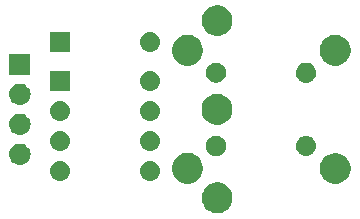
<source format=gbr>
G04 #@! TF.GenerationSoftware,KiCad,Pcbnew,(5.0.2)-1*
G04 #@! TF.CreationDate,2019-05-06T18:27:32+02:00*
G04 #@! TF.ProjectId,VolcaModularMidi,566f6c63-614d-46f6-9475-6c61724d6964,rev?*
G04 #@! TF.SameCoordinates,Original*
G04 #@! TF.FileFunction,Soldermask,Top*
G04 #@! TF.FilePolarity,Negative*
%FSLAX46Y46*%
G04 Gerber Fmt 4.6, Leading zero omitted, Abs format (unit mm)*
G04 Created by KiCad (PCBNEW (5.0.2)-1) date 06/05/2019 18:27:32*
%MOMM*%
%LPD*%
G01*
G04 APERTURE LIST*
%ADD10C,0.100000*%
G04 APERTURE END LIST*
D10*
G36*
X135943789Y-121860934D02*
X136180498Y-121958982D01*
X136393534Y-122101328D01*
X136574698Y-122282492D01*
X136717044Y-122495528D01*
X136815092Y-122732237D01*
X136865076Y-122983523D01*
X136865076Y-123239737D01*
X136815092Y-123491023D01*
X136717044Y-123727732D01*
X136574698Y-123940768D01*
X136393534Y-124121932D01*
X136180498Y-124264278D01*
X135943789Y-124362326D01*
X135692503Y-124412310D01*
X135436289Y-124412310D01*
X135185003Y-124362326D01*
X134948294Y-124264278D01*
X134735258Y-124121932D01*
X134554094Y-123940768D01*
X134411748Y-123727732D01*
X134313700Y-123491023D01*
X134263716Y-123239737D01*
X134263716Y-122983523D01*
X134313700Y-122732237D01*
X134411748Y-122495528D01*
X134554094Y-122282492D01*
X134735258Y-122101328D01*
X134948294Y-121958982D01*
X135185003Y-121860934D01*
X135436289Y-121810950D01*
X135692503Y-121810950D01*
X135943789Y-121860934D01*
X135943789Y-121860934D01*
G37*
G36*
X145938689Y-119364114D02*
X146175398Y-119462162D01*
X146388434Y-119604508D01*
X146569598Y-119785672D01*
X146711944Y-119998708D01*
X146809992Y-120235417D01*
X146859976Y-120486703D01*
X146859976Y-120742917D01*
X146809992Y-120994203D01*
X146711944Y-121230912D01*
X146569598Y-121443948D01*
X146388434Y-121625112D01*
X146175398Y-121767458D01*
X145938689Y-121865506D01*
X145687403Y-121915490D01*
X145431189Y-121915490D01*
X145179903Y-121865506D01*
X144943194Y-121767458D01*
X144730158Y-121625112D01*
X144548994Y-121443948D01*
X144406648Y-121230912D01*
X144308600Y-120994203D01*
X144258616Y-120742917D01*
X144258616Y-120486703D01*
X144308600Y-120235417D01*
X144406648Y-119998708D01*
X144548994Y-119785672D01*
X144730158Y-119604508D01*
X144943194Y-119462162D01*
X145179903Y-119364114D01*
X145431189Y-119314130D01*
X145687403Y-119314130D01*
X145938689Y-119364114D01*
X145938689Y-119364114D01*
G37*
G36*
X133441889Y-119359034D02*
X133678598Y-119457082D01*
X133891634Y-119599428D01*
X134072798Y-119780592D01*
X134215144Y-119993628D01*
X134313192Y-120230337D01*
X134363176Y-120481623D01*
X134363176Y-120737837D01*
X134313192Y-120989123D01*
X134215144Y-121225832D01*
X134072798Y-121438868D01*
X133891634Y-121620032D01*
X133678598Y-121762378D01*
X133441889Y-121860426D01*
X133190603Y-121910410D01*
X132934389Y-121910410D01*
X132683103Y-121860426D01*
X132446394Y-121762378D01*
X132233358Y-121620032D01*
X132052194Y-121438868D01*
X131909848Y-121225832D01*
X131811800Y-120989123D01*
X131761816Y-120737837D01*
X131761816Y-120481623D01*
X131811800Y-120230337D01*
X131909848Y-119993628D01*
X132052194Y-119780592D01*
X132233358Y-119599428D01*
X132446394Y-119457082D01*
X132683103Y-119359034D01*
X132934389Y-119309050D01*
X133190603Y-119309050D01*
X133441889Y-119359034D01*
X133441889Y-119359034D01*
G37*
G36*
X122428417Y-119994863D02*
X122428420Y-119994864D01*
X122428421Y-119994864D01*
X122588835Y-120043525D01*
X122588837Y-120043526D01*
X122588840Y-120043527D01*
X122736674Y-120122545D01*
X122866255Y-120228891D01*
X122972601Y-120358472D01*
X123051619Y-120506306D01*
X123100283Y-120666729D01*
X123116713Y-120833550D01*
X123100283Y-121000371D01*
X123051619Y-121160794D01*
X122972601Y-121308628D01*
X122866255Y-121438209D01*
X122736674Y-121544555D01*
X122588840Y-121623573D01*
X122588837Y-121623574D01*
X122588835Y-121623575D01*
X122428421Y-121672236D01*
X122428420Y-121672236D01*
X122428417Y-121672237D01*
X122303400Y-121684550D01*
X122219792Y-121684550D01*
X122094775Y-121672237D01*
X122094772Y-121672236D01*
X122094771Y-121672236D01*
X121934357Y-121623575D01*
X121934355Y-121623574D01*
X121934352Y-121623573D01*
X121786518Y-121544555D01*
X121656937Y-121438209D01*
X121550591Y-121308628D01*
X121471573Y-121160794D01*
X121422909Y-121000371D01*
X121406479Y-120833550D01*
X121422909Y-120666729D01*
X121471573Y-120506306D01*
X121550591Y-120358472D01*
X121656937Y-120228891D01*
X121786518Y-120122545D01*
X121934352Y-120043527D01*
X121934355Y-120043526D01*
X121934357Y-120043525D01*
X122094771Y-119994864D01*
X122094772Y-119994864D01*
X122094775Y-119994863D01*
X122219792Y-119982550D01*
X122303400Y-119982550D01*
X122428417Y-119994863D01*
X122428417Y-119994863D01*
G37*
G36*
X130048417Y-119994863D02*
X130048420Y-119994864D01*
X130048421Y-119994864D01*
X130208835Y-120043525D01*
X130208837Y-120043526D01*
X130208840Y-120043527D01*
X130356674Y-120122545D01*
X130486255Y-120228891D01*
X130592601Y-120358472D01*
X130671619Y-120506306D01*
X130720283Y-120666729D01*
X130736713Y-120833550D01*
X130720283Y-121000371D01*
X130671619Y-121160794D01*
X130592601Y-121308628D01*
X130486255Y-121438209D01*
X130356674Y-121544555D01*
X130208840Y-121623573D01*
X130208837Y-121623574D01*
X130208835Y-121623575D01*
X130048421Y-121672236D01*
X130048420Y-121672236D01*
X130048417Y-121672237D01*
X129923400Y-121684550D01*
X129839792Y-121684550D01*
X129714775Y-121672237D01*
X129714772Y-121672236D01*
X129714771Y-121672236D01*
X129554357Y-121623575D01*
X129554355Y-121623574D01*
X129554352Y-121623573D01*
X129406518Y-121544555D01*
X129276937Y-121438209D01*
X129170591Y-121308628D01*
X129091573Y-121160794D01*
X129042909Y-121000371D01*
X129026479Y-120833550D01*
X129042909Y-120666729D01*
X129091573Y-120506306D01*
X129170591Y-120358472D01*
X129276937Y-120228891D01*
X129406518Y-120122545D01*
X129554352Y-120043527D01*
X129554355Y-120043526D01*
X129554357Y-120043525D01*
X129714771Y-119994864D01*
X129714772Y-119994864D01*
X129714775Y-119994863D01*
X129839792Y-119982550D01*
X129923400Y-119982550D01*
X130048417Y-119994863D01*
X130048417Y-119994863D01*
G37*
G36*
X118972038Y-118539068D02*
X119038223Y-118545587D01*
X119151449Y-118579934D01*
X119208063Y-118597107D01*
X119346683Y-118671202D01*
X119364587Y-118680772D01*
X119400325Y-118710102D01*
X119501782Y-118793364D01*
X119573189Y-118880375D01*
X119614374Y-118930559D01*
X119614375Y-118930561D01*
X119698039Y-119087083D01*
X119698039Y-119087084D01*
X119749559Y-119256923D01*
X119766955Y-119433550D01*
X119749559Y-119610177D01*
X119715212Y-119723403D01*
X119698039Y-119780017D01*
X119623944Y-119918637D01*
X119614374Y-119936541D01*
X119585044Y-119972279D01*
X119501782Y-120073736D01*
X119400325Y-120156998D01*
X119364587Y-120186328D01*
X119364585Y-120186329D01*
X119208063Y-120269993D01*
X119151449Y-120287166D01*
X119038223Y-120321513D01*
X118972039Y-120328031D01*
X118905856Y-120334550D01*
X118817336Y-120334550D01*
X118751153Y-120328031D01*
X118684969Y-120321513D01*
X118571743Y-120287166D01*
X118515129Y-120269993D01*
X118358607Y-120186329D01*
X118358605Y-120186328D01*
X118322867Y-120156998D01*
X118221410Y-120073736D01*
X118138148Y-119972279D01*
X118108818Y-119936541D01*
X118099248Y-119918637D01*
X118025153Y-119780017D01*
X118007980Y-119723403D01*
X117973633Y-119610177D01*
X117956237Y-119433550D01*
X117973633Y-119256923D01*
X118025153Y-119087084D01*
X118025153Y-119087083D01*
X118108817Y-118930561D01*
X118108818Y-118930559D01*
X118150003Y-118880375D01*
X118221410Y-118793364D01*
X118322867Y-118710102D01*
X118358605Y-118680772D01*
X118376509Y-118671202D01*
X118515129Y-118597107D01*
X118571743Y-118579934D01*
X118684969Y-118545587D01*
X118751154Y-118539068D01*
X118817336Y-118532550D01*
X118905856Y-118532550D01*
X118972038Y-118539068D01*
X118972038Y-118539068D01*
G37*
G36*
X135709824Y-117895253D02*
X135864696Y-117959403D01*
X136004077Y-118052535D01*
X136122611Y-118171069D01*
X136215743Y-118310450D01*
X136279893Y-118465322D01*
X136312596Y-118629734D01*
X136312596Y-118797366D01*
X136279893Y-118961778D01*
X136215743Y-119116650D01*
X136122611Y-119256031D01*
X136004077Y-119374565D01*
X135864696Y-119467697D01*
X135709824Y-119531847D01*
X135545412Y-119564550D01*
X135377780Y-119564550D01*
X135213368Y-119531847D01*
X135058496Y-119467697D01*
X134919115Y-119374565D01*
X134800581Y-119256031D01*
X134707449Y-119116650D01*
X134643299Y-118961778D01*
X134610596Y-118797366D01*
X134610596Y-118629734D01*
X134643299Y-118465322D01*
X134707449Y-118310450D01*
X134800581Y-118171069D01*
X134919115Y-118052535D01*
X135058496Y-117959403D01*
X135213368Y-117895253D01*
X135377780Y-117862550D01*
X135545412Y-117862550D01*
X135709824Y-117895253D01*
X135709824Y-117895253D01*
G37*
G36*
X143248417Y-117874863D02*
X143248420Y-117874864D01*
X143248421Y-117874864D01*
X143408835Y-117923525D01*
X143408837Y-117923526D01*
X143408840Y-117923527D01*
X143556674Y-118002545D01*
X143686255Y-118108891D01*
X143792601Y-118238472D01*
X143871619Y-118386306D01*
X143871620Y-118386309D01*
X143871621Y-118386311D01*
X143915982Y-118532550D01*
X143920283Y-118546729D01*
X143936713Y-118713550D01*
X143920283Y-118880371D01*
X143920282Y-118880374D01*
X143920282Y-118880375D01*
X143882613Y-119004554D01*
X143871619Y-119040794D01*
X143792601Y-119188628D01*
X143686255Y-119318209D01*
X143556674Y-119424555D01*
X143408840Y-119503573D01*
X143408837Y-119503574D01*
X143408835Y-119503575D01*
X143248421Y-119552236D01*
X143248420Y-119552236D01*
X143248417Y-119552237D01*
X143123400Y-119564550D01*
X143039792Y-119564550D01*
X142914775Y-119552237D01*
X142914772Y-119552236D01*
X142914771Y-119552236D01*
X142754357Y-119503575D01*
X142754355Y-119503574D01*
X142754352Y-119503573D01*
X142606518Y-119424555D01*
X142476937Y-119318209D01*
X142370591Y-119188628D01*
X142291573Y-119040794D01*
X142280580Y-119004554D01*
X142242910Y-118880375D01*
X142242910Y-118880374D01*
X142242909Y-118880371D01*
X142226479Y-118713550D01*
X142242909Y-118546729D01*
X142247210Y-118532550D01*
X142291571Y-118386311D01*
X142291572Y-118386309D01*
X142291573Y-118386306D01*
X142370591Y-118238472D01*
X142476937Y-118108891D01*
X142606518Y-118002545D01*
X142754352Y-117923527D01*
X142754355Y-117923526D01*
X142754357Y-117923525D01*
X142914771Y-117874864D01*
X142914772Y-117874864D01*
X142914775Y-117874863D01*
X143039792Y-117862550D01*
X143123400Y-117862550D01*
X143248417Y-117874863D01*
X143248417Y-117874863D01*
G37*
G36*
X122428417Y-117454863D02*
X122428420Y-117454864D01*
X122428421Y-117454864D01*
X122588835Y-117503525D01*
X122588837Y-117503526D01*
X122588840Y-117503527D01*
X122736674Y-117582545D01*
X122866255Y-117688891D01*
X122972601Y-117818472D01*
X123051619Y-117966306D01*
X123051620Y-117966309D01*
X123051621Y-117966311D01*
X123077777Y-118052536D01*
X123100283Y-118126729D01*
X123116713Y-118293550D01*
X123100283Y-118460371D01*
X123100282Y-118460374D01*
X123100282Y-118460375D01*
X123058805Y-118597107D01*
X123051619Y-118620794D01*
X122972601Y-118768628D01*
X122866255Y-118898209D01*
X122736674Y-119004555D01*
X122588840Y-119083573D01*
X122588837Y-119083574D01*
X122588835Y-119083575D01*
X122428421Y-119132236D01*
X122428420Y-119132236D01*
X122428417Y-119132237D01*
X122303400Y-119144550D01*
X122219792Y-119144550D01*
X122094775Y-119132237D01*
X122094772Y-119132236D01*
X122094771Y-119132236D01*
X121934357Y-119083575D01*
X121934355Y-119083574D01*
X121934352Y-119083573D01*
X121786518Y-119004555D01*
X121656937Y-118898209D01*
X121550591Y-118768628D01*
X121471573Y-118620794D01*
X121464388Y-118597107D01*
X121422910Y-118460375D01*
X121422910Y-118460374D01*
X121422909Y-118460371D01*
X121406479Y-118293550D01*
X121422909Y-118126729D01*
X121445415Y-118052536D01*
X121471571Y-117966311D01*
X121471572Y-117966309D01*
X121471573Y-117966306D01*
X121550591Y-117818472D01*
X121656937Y-117688891D01*
X121786518Y-117582545D01*
X121934352Y-117503527D01*
X121934355Y-117503526D01*
X121934357Y-117503525D01*
X122094771Y-117454864D01*
X122094772Y-117454864D01*
X122094775Y-117454863D01*
X122219792Y-117442550D01*
X122303400Y-117442550D01*
X122428417Y-117454863D01*
X122428417Y-117454863D01*
G37*
G36*
X130048417Y-117454863D02*
X130048420Y-117454864D01*
X130048421Y-117454864D01*
X130208835Y-117503525D01*
X130208837Y-117503526D01*
X130208840Y-117503527D01*
X130356674Y-117582545D01*
X130486255Y-117688891D01*
X130592601Y-117818472D01*
X130671619Y-117966306D01*
X130671620Y-117966309D01*
X130671621Y-117966311D01*
X130697777Y-118052536D01*
X130720283Y-118126729D01*
X130736713Y-118293550D01*
X130720283Y-118460371D01*
X130720282Y-118460374D01*
X130720282Y-118460375D01*
X130678805Y-118597107D01*
X130671619Y-118620794D01*
X130592601Y-118768628D01*
X130486255Y-118898209D01*
X130356674Y-119004555D01*
X130208840Y-119083573D01*
X130208837Y-119083574D01*
X130208835Y-119083575D01*
X130048421Y-119132236D01*
X130048420Y-119132236D01*
X130048417Y-119132237D01*
X129923400Y-119144550D01*
X129839792Y-119144550D01*
X129714775Y-119132237D01*
X129714772Y-119132236D01*
X129714771Y-119132236D01*
X129554357Y-119083575D01*
X129554355Y-119083574D01*
X129554352Y-119083573D01*
X129406518Y-119004555D01*
X129276937Y-118898209D01*
X129170591Y-118768628D01*
X129091573Y-118620794D01*
X129084388Y-118597107D01*
X129042910Y-118460375D01*
X129042910Y-118460374D01*
X129042909Y-118460371D01*
X129026479Y-118293550D01*
X129042909Y-118126729D01*
X129065415Y-118052536D01*
X129091571Y-117966311D01*
X129091572Y-117966309D01*
X129091573Y-117966306D01*
X129170591Y-117818472D01*
X129276937Y-117688891D01*
X129406518Y-117582545D01*
X129554352Y-117503527D01*
X129554355Y-117503526D01*
X129554357Y-117503525D01*
X129714771Y-117454864D01*
X129714772Y-117454864D01*
X129714775Y-117454863D01*
X129839792Y-117442550D01*
X129923400Y-117442550D01*
X130048417Y-117454863D01*
X130048417Y-117454863D01*
G37*
G36*
X118972038Y-115999068D02*
X119038223Y-116005587D01*
X119151449Y-116039934D01*
X119208063Y-116057107D01*
X119346683Y-116131202D01*
X119364587Y-116140772D01*
X119400325Y-116170102D01*
X119501782Y-116253364D01*
X119585044Y-116354821D01*
X119614374Y-116390559D01*
X119614375Y-116390561D01*
X119698039Y-116547083D01*
X119698039Y-116547084D01*
X119749559Y-116716923D01*
X119766955Y-116893550D01*
X119749559Y-117070177D01*
X119715212Y-117183403D01*
X119698039Y-117240017D01*
X119623944Y-117378637D01*
X119614374Y-117396541D01*
X119585044Y-117432279D01*
X119501782Y-117533736D01*
X119400325Y-117616998D01*
X119364587Y-117646328D01*
X119364585Y-117646329D01*
X119208063Y-117729993D01*
X119151449Y-117747166D01*
X119038223Y-117781513D01*
X118972038Y-117788032D01*
X118905856Y-117794550D01*
X118817336Y-117794550D01*
X118751154Y-117788032D01*
X118684969Y-117781513D01*
X118571743Y-117747166D01*
X118515129Y-117729993D01*
X118358607Y-117646329D01*
X118358605Y-117646328D01*
X118322867Y-117616998D01*
X118221410Y-117533736D01*
X118138148Y-117432279D01*
X118108818Y-117396541D01*
X118099248Y-117378637D01*
X118025153Y-117240017D01*
X118007980Y-117183403D01*
X117973633Y-117070177D01*
X117956237Y-116893550D01*
X117973633Y-116716923D01*
X118025153Y-116547084D01*
X118025153Y-116547083D01*
X118108817Y-116390561D01*
X118108818Y-116390559D01*
X118138148Y-116354821D01*
X118221410Y-116253364D01*
X118322867Y-116170102D01*
X118358605Y-116140772D01*
X118376509Y-116131202D01*
X118515129Y-116057107D01*
X118571743Y-116039934D01*
X118684969Y-116005587D01*
X118751154Y-115999068D01*
X118817336Y-115992550D01*
X118905856Y-115992550D01*
X118972038Y-115999068D01*
X118972038Y-115999068D01*
G37*
G36*
X135941249Y-114362854D02*
X136177958Y-114460902D01*
X136390994Y-114603248D01*
X136572158Y-114784412D01*
X136714504Y-114997448D01*
X136812552Y-115234157D01*
X136862536Y-115485443D01*
X136862536Y-115741657D01*
X136812552Y-115992943D01*
X136714504Y-116229652D01*
X136572158Y-116442688D01*
X136390994Y-116623852D01*
X136177958Y-116766198D01*
X135941249Y-116864246D01*
X135689963Y-116914230D01*
X135433749Y-116914230D01*
X135182463Y-116864246D01*
X134945754Y-116766198D01*
X134732718Y-116623852D01*
X134551554Y-116442688D01*
X134409208Y-116229652D01*
X134311160Y-115992943D01*
X134261176Y-115741657D01*
X134261176Y-115485443D01*
X134311160Y-115234157D01*
X134409208Y-114997448D01*
X134551554Y-114784412D01*
X134732718Y-114603248D01*
X134945754Y-114460902D01*
X135182463Y-114362854D01*
X135433749Y-114312870D01*
X135689963Y-114312870D01*
X135941249Y-114362854D01*
X135941249Y-114362854D01*
G37*
G36*
X122428417Y-114914863D02*
X122428420Y-114914864D01*
X122428421Y-114914864D01*
X122588835Y-114963525D01*
X122588837Y-114963526D01*
X122588840Y-114963527D01*
X122736674Y-115042545D01*
X122866255Y-115148891D01*
X122972601Y-115278472D01*
X123051619Y-115426306D01*
X123051620Y-115426309D01*
X123051621Y-115426311D01*
X123100282Y-115586725D01*
X123100283Y-115586729D01*
X123116713Y-115753550D01*
X123100283Y-115920371D01*
X123100282Y-115920374D01*
X123100282Y-115920375D01*
X123058805Y-116057107D01*
X123051619Y-116080794D01*
X122972601Y-116228628D01*
X122866255Y-116358209D01*
X122736674Y-116464555D01*
X122588840Y-116543573D01*
X122588837Y-116543574D01*
X122588835Y-116543575D01*
X122428421Y-116592236D01*
X122428420Y-116592236D01*
X122428417Y-116592237D01*
X122303400Y-116604550D01*
X122219792Y-116604550D01*
X122094775Y-116592237D01*
X122094772Y-116592236D01*
X122094771Y-116592236D01*
X121934357Y-116543575D01*
X121934355Y-116543574D01*
X121934352Y-116543573D01*
X121786518Y-116464555D01*
X121656937Y-116358209D01*
X121550591Y-116228628D01*
X121471573Y-116080794D01*
X121464388Y-116057107D01*
X121422910Y-115920375D01*
X121422910Y-115920374D01*
X121422909Y-115920371D01*
X121406479Y-115753550D01*
X121422909Y-115586729D01*
X121422910Y-115586725D01*
X121471571Y-115426311D01*
X121471572Y-115426309D01*
X121471573Y-115426306D01*
X121550591Y-115278472D01*
X121656937Y-115148891D01*
X121786518Y-115042545D01*
X121934352Y-114963527D01*
X121934355Y-114963526D01*
X121934357Y-114963525D01*
X122094771Y-114914864D01*
X122094772Y-114914864D01*
X122094775Y-114914863D01*
X122219792Y-114902550D01*
X122303400Y-114902550D01*
X122428417Y-114914863D01*
X122428417Y-114914863D01*
G37*
G36*
X130048417Y-114914863D02*
X130048420Y-114914864D01*
X130048421Y-114914864D01*
X130208835Y-114963525D01*
X130208837Y-114963526D01*
X130208840Y-114963527D01*
X130356674Y-115042545D01*
X130486255Y-115148891D01*
X130592601Y-115278472D01*
X130671619Y-115426306D01*
X130671620Y-115426309D01*
X130671621Y-115426311D01*
X130720282Y-115586725D01*
X130720283Y-115586729D01*
X130736713Y-115753550D01*
X130720283Y-115920371D01*
X130720282Y-115920374D01*
X130720282Y-115920375D01*
X130678805Y-116057107D01*
X130671619Y-116080794D01*
X130592601Y-116228628D01*
X130486255Y-116358209D01*
X130356674Y-116464555D01*
X130208840Y-116543573D01*
X130208837Y-116543574D01*
X130208835Y-116543575D01*
X130048421Y-116592236D01*
X130048420Y-116592236D01*
X130048417Y-116592237D01*
X129923400Y-116604550D01*
X129839792Y-116604550D01*
X129714775Y-116592237D01*
X129714772Y-116592236D01*
X129714771Y-116592236D01*
X129554357Y-116543575D01*
X129554355Y-116543574D01*
X129554352Y-116543573D01*
X129406518Y-116464555D01*
X129276937Y-116358209D01*
X129170591Y-116228628D01*
X129091573Y-116080794D01*
X129084388Y-116057107D01*
X129042910Y-115920375D01*
X129042910Y-115920374D01*
X129042909Y-115920371D01*
X129026479Y-115753550D01*
X129042909Y-115586729D01*
X129042910Y-115586725D01*
X129091571Y-115426311D01*
X129091572Y-115426309D01*
X129091573Y-115426306D01*
X129170591Y-115278472D01*
X129276937Y-115148891D01*
X129406518Y-115042545D01*
X129554352Y-114963527D01*
X129554355Y-114963526D01*
X129554357Y-114963525D01*
X129714771Y-114914864D01*
X129714772Y-114914864D01*
X129714775Y-114914863D01*
X129839792Y-114902550D01*
X129923400Y-114902550D01*
X130048417Y-114914863D01*
X130048417Y-114914863D01*
G37*
G36*
X118972039Y-113459069D02*
X119038223Y-113465587D01*
X119151449Y-113499934D01*
X119208063Y-113517107D01*
X119346683Y-113591202D01*
X119364587Y-113600772D01*
X119400325Y-113630102D01*
X119501782Y-113713364D01*
X119585044Y-113814821D01*
X119614374Y-113850559D01*
X119614375Y-113850561D01*
X119698039Y-114007083D01*
X119698039Y-114007084D01*
X119749559Y-114176923D01*
X119766955Y-114353550D01*
X119749559Y-114530177D01*
X119727394Y-114603246D01*
X119698039Y-114700017D01*
X119623944Y-114838637D01*
X119614374Y-114856541D01*
X119585044Y-114892279D01*
X119501782Y-114993736D01*
X119400325Y-115076998D01*
X119364587Y-115106328D01*
X119364585Y-115106329D01*
X119208063Y-115189993D01*
X119151449Y-115207166D01*
X119038223Y-115241513D01*
X118972039Y-115248031D01*
X118905856Y-115254550D01*
X118817336Y-115254550D01*
X118751153Y-115248031D01*
X118684969Y-115241513D01*
X118571743Y-115207166D01*
X118515129Y-115189993D01*
X118358607Y-115106329D01*
X118358605Y-115106328D01*
X118322867Y-115076998D01*
X118221410Y-114993736D01*
X118138148Y-114892279D01*
X118108818Y-114856541D01*
X118099248Y-114838637D01*
X118025153Y-114700017D01*
X117995798Y-114603246D01*
X117973633Y-114530177D01*
X117956237Y-114353550D01*
X117973633Y-114176923D01*
X118025153Y-114007084D01*
X118025153Y-114007083D01*
X118108817Y-113850561D01*
X118108818Y-113850559D01*
X118138148Y-113814821D01*
X118221410Y-113713364D01*
X118322867Y-113630102D01*
X118358605Y-113600772D01*
X118376509Y-113591202D01*
X118515129Y-113517107D01*
X118571743Y-113499934D01*
X118684969Y-113465587D01*
X118751153Y-113459069D01*
X118817336Y-113452550D01*
X118905856Y-113452550D01*
X118972039Y-113459069D01*
X118972039Y-113459069D01*
G37*
G36*
X123112596Y-114064550D02*
X121410596Y-114064550D01*
X121410596Y-112362550D01*
X123112596Y-112362550D01*
X123112596Y-114064550D01*
X123112596Y-114064550D01*
G37*
G36*
X130048417Y-112374863D02*
X130048420Y-112374864D01*
X130048421Y-112374864D01*
X130208835Y-112423525D01*
X130208837Y-112423526D01*
X130208840Y-112423527D01*
X130356674Y-112502545D01*
X130486255Y-112608891D01*
X130592601Y-112738472D01*
X130671619Y-112886306D01*
X130720283Y-113046729D01*
X130736713Y-113213550D01*
X130720283Y-113380371D01*
X130720282Y-113380374D01*
X130720282Y-113380375D01*
X130678805Y-113517107D01*
X130671619Y-113540794D01*
X130592601Y-113688628D01*
X130486255Y-113818209D01*
X130356674Y-113924555D01*
X130208840Y-114003573D01*
X130208837Y-114003574D01*
X130208835Y-114003575D01*
X130048421Y-114052236D01*
X130048420Y-114052236D01*
X130048417Y-114052237D01*
X129923400Y-114064550D01*
X129839792Y-114064550D01*
X129714775Y-114052237D01*
X129714772Y-114052236D01*
X129714771Y-114052236D01*
X129554357Y-114003575D01*
X129554355Y-114003574D01*
X129554352Y-114003573D01*
X129406518Y-113924555D01*
X129276937Y-113818209D01*
X129170591Y-113688628D01*
X129091573Y-113540794D01*
X129084388Y-113517107D01*
X129042910Y-113380375D01*
X129042910Y-113380374D01*
X129042909Y-113380371D01*
X129026479Y-113213550D01*
X129042909Y-113046729D01*
X129091573Y-112886306D01*
X129170591Y-112738472D01*
X129276937Y-112608891D01*
X129406518Y-112502545D01*
X129554352Y-112423527D01*
X129554355Y-112423526D01*
X129554357Y-112423525D01*
X129714771Y-112374864D01*
X129714772Y-112374864D01*
X129714775Y-112374863D01*
X129839792Y-112362550D01*
X129923400Y-112362550D01*
X130048417Y-112374863D01*
X130048417Y-112374863D01*
G37*
G36*
X135709824Y-111695253D02*
X135864696Y-111759403D01*
X136004077Y-111852535D01*
X136122611Y-111971069D01*
X136215743Y-112110450D01*
X136279893Y-112265322D01*
X136312596Y-112429734D01*
X136312596Y-112597366D01*
X136279893Y-112761778D01*
X136215743Y-112916650D01*
X136122611Y-113056031D01*
X136004077Y-113174565D01*
X135864696Y-113267697D01*
X135709824Y-113331847D01*
X135545412Y-113364550D01*
X135377780Y-113364550D01*
X135213368Y-113331847D01*
X135058496Y-113267697D01*
X134919115Y-113174565D01*
X134800581Y-113056031D01*
X134707449Y-112916650D01*
X134643299Y-112761778D01*
X134610596Y-112597366D01*
X134610596Y-112429734D01*
X134643299Y-112265322D01*
X134707449Y-112110450D01*
X134800581Y-111971069D01*
X134919115Y-111852535D01*
X135058496Y-111759403D01*
X135213368Y-111695253D01*
X135377780Y-111662550D01*
X135545412Y-111662550D01*
X135709824Y-111695253D01*
X135709824Y-111695253D01*
G37*
G36*
X143248417Y-111674863D02*
X143248420Y-111674864D01*
X143248421Y-111674864D01*
X143408835Y-111723525D01*
X143408837Y-111723526D01*
X143408840Y-111723527D01*
X143556674Y-111802545D01*
X143686255Y-111908891D01*
X143792601Y-112038472D01*
X143871619Y-112186306D01*
X143871620Y-112186309D01*
X143871621Y-112186311D01*
X143920282Y-112346725D01*
X143920283Y-112346729D01*
X143936713Y-112513550D01*
X143920283Y-112680371D01*
X143920282Y-112680374D01*
X143920282Y-112680375D01*
X143895589Y-112761778D01*
X143871619Y-112840794D01*
X143792601Y-112988628D01*
X143686255Y-113118209D01*
X143556674Y-113224555D01*
X143408840Y-113303573D01*
X143408837Y-113303574D01*
X143408835Y-113303575D01*
X143248421Y-113352236D01*
X143248420Y-113352236D01*
X143248417Y-113352237D01*
X143123400Y-113364550D01*
X143039792Y-113364550D01*
X142914775Y-113352237D01*
X142914772Y-113352236D01*
X142914771Y-113352236D01*
X142754357Y-113303575D01*
X142754355Y-113303574D01*
X142754352Y-113303573D01*
X142606518Y-113224555D01*
X142476937Y-113118209D01*
X142370591Y-112988628D01*
X142291573Y-112840794D01*
X142267604Y-112761778D01*
X142242910Y-112680375D01*
X142242910Y-112680374D01*
X142242909Y-112680371D01*
X142226479Y-112513550D01*
X142242909Y-112346729D01*
X142242910Y-112346725D01*
X142291571Y-112186311D01*
X142291572Y-112186309D01*
X142291573Y-112186306D01*
X142370591Y-112038472D01*
X142476937Y-111908891D01*
X142606518Y-111802545D01*
X142754352Y-111723527D01*
X142754355Y-111723526D01*
X142754357Y-111723525D01*
X142914771Y-111674864D01*
X142914772Y-111674864D01*
X142914775Y-111674863D01*
X143039792Y-111662550D01*
X143123400Y-111662550D01*
X143248417Y-111674863D01*
X143248417Y-111674863D01*
G37*
G36*
X119762596Y-112714550D02*
X117960596Y-112714550D01*
X117960596Y-110912550D01*
X119762596Y-110912550D01*
X119762596Y-112714550D01*
X119762596Y-112714550D01*
G37*
G36*
X133441889Y-109366674D02*
X133678598Y-109464722D01*
X133891634Y-109607068D01*
X134072798Y-109788232D01*
X134215144Y-110001268D01*
X134313192Y-110237977D01*
X134363176Y-110489263D01*
X134363176Y-110745477D01*
X134313192Y-110996763D01*
X134215144Y-111233472D01*
X134072798Y-111446508D01*
X133891634Y-111627672D01*
X133678598Y-111770018D01*
X133441889Y-111868066D01*
X133190603Y-111918050D01*
X132934389Y-111918050D01*
X132683103Y-111868066D01*
X132446394Y-111770018D01*
X132233358Y-111627672D01*
X132052194Y-111446508D01*
X131909848Y-111233472D01*
X131811800Y-110996763D01*
X131761816Y-110745477D01*
X131761816Y-110489263D01*
X131811800Y-110237977D01*
X131909848Y-110001268D01*
X132052194Y-109788232D01*
X132233358Y-109607068D01*
X132446394Y-109464722D01*
X132683103Y-109366674D01*
X132934389Y-109316690D01*
X133190603Y-109316690D01*
X133441889Y-109366674D01*
X133441889Y-109366674D01*
G37*
G36*
X145938689Y-109361594D02*
X146175398Y-109459642D01*
X146388434Y-109601988D01*
X146569598Y-109783152D01*
X146711944Y-109996188D01*
X146809992Y-110232897D01*
X146859976Y-110484183D01*
X146859976Y-110740397D01*
X146809992Y-110991683D01*
X146711944Y-111228392D01*
X146569598Y-111441428D01*
X146388434Y-111622592D01*
X146175398Y-111764938D01*
X145938689Y-111862986D01*
X145687403Y-111912970D01*
X145431189Y-111912970D01*
X145179903Y-111862986D01*
X144943194Y-111764938D01*
X144730158Y-111622592D01*
X144548994Y-111441428D01*
X144406648Y-111228392D01*
X144308600Y-110991683D01*
X144258616Y-110740397D01*
X144258616Y-110484183D01*
X144308600Y-110232897D01*
X144406648Y-109996188D01*
X144548994Y-109783152D01*
X144730158Y-109601988D01*
X144943194Y-109459642D01*
X145179903Y-109361594D01*
X145431189Y-109311610D01*
X145687403Y-109311610D01*
X145938689Y-109361594D01*
X145938689Y-109361594D01*
G37*
G36*
X123112596Y-110764550D02*
X121410596Y-110764550D01*
X121410596Y-109062550D01*
X123112596Y-109062550D01*
X123112596Y-110764550D01*
X123112596Y-110764550D01*
G37*
G36*
X130048417Y-109074863D02*
X130048420Y-109074864D01*
X130048421Y-109074864D01*
X130208835Y-109123525D01*
X130208837Y-109123526D01*
X130208840Y-109123527D01*
X130356674Y-109202545D01*
X130486255Y-109308891D01*
X130592601Y-109438472D01*
X130671619Y-109586306D01*
X130671620Y-109586309D01*
X130671621Y-109586311D01*
X130720282Y-109746725D01*
X130720283Y-109746729D01*
X130736713Y-109913550D01*
X130720283Y-110080371D01*
X130671619Y-110240794D01*
X130592601Y-110388628D01*
X130486255Y-110518209D01*
X130356674Y-110624555D01*
X130208840Y-110703573D01*
X130208837Y-110703574D01*
X130208835Y-110703575D01*
X130048421Y-110752236D01*
X130048420Y-110752236D01*
X130048417Y-110752237D01*
X129923400Y-110764550D01*
X129839792Y-110764550D01*
X129714775Y-110752237D01*
X129714772Y-110752236D01*
X129714771Y-110752236D01*
X129554357Y-110703575D01*
X129554355Y-110703574D01*
X129554352Y-110703573D01*
X129406518Y-110624555D01*
X129276937Y-110518209D01*
X129170591Y-110388628D01*
X129091573Y-110240794D01*
X129042909Y-110080371D01*
X129026479Y-109913550D01*
X129042909Y-109746729D01*
X129042910Y-109746725D01*
X129091571Y-109586311D01*
X129091572Y-109586309D01*
X129091573Y-109586306D01*
X129170591Y-109438472D01*
X129276937Y-109308891D01*
X129406518Y-109202545D01*
X129554352Y-109123527D01*
X129554355Y-109123526D01*
X129554357Y-109123525D01*
X129714771Y-109074864D01*
X129714772Y-109074864D01*
X129714775Y-109074863D01*
X129839792Y-109062550D01*
X129923400Y-109062550D01*
X130048417Y-109074863D01*
X130048417Y-109074863D01*
G37*
G36*
X135943789Y-106864774D02*
X136180498Y-106962822D01*
X136393534Y-107105168D01*
X136574698Y-107286332D01*
X136717044Y-107499368D01*
X136815092Y-107736077D01*
X136865076Y-107987363D01*
X136865076Y-108243577D01*
X136815092Y-108494863D01*
X136717044Y-108731572D01*
X136574698Y-108944608D01*
X136393534Y-109125772D01*
X136180498Y-109268118D01*
X135943789Y-109366166D01*
X135692503Y-109416150D01*
X135436289Y-109416150D01*
X135185003Y-109366166D01*
X134948294Y-109268118D01*
X134735258Y-109125772D01*
X134554094Y-108944608D01*
X134411748Y-108731572D01*
X134313700Y-108494863D01*
X134263716Y-108243577D01*
X134263716Y-107987363D01*
X134313700Y-107736077D01*
X134411748Y-107499368D01*
X134554094Y-107286332D01*
X134735258Y-107105168D01*
X134948294Y-106962822D01*
X135185003Y-106864774D01*
X135436289Y-106814790D01*
X135692503Y-106814790D01*
X135943789Y-106864774D01*
X135943789Y-106864774D01*
G37*
M02*

</source>
